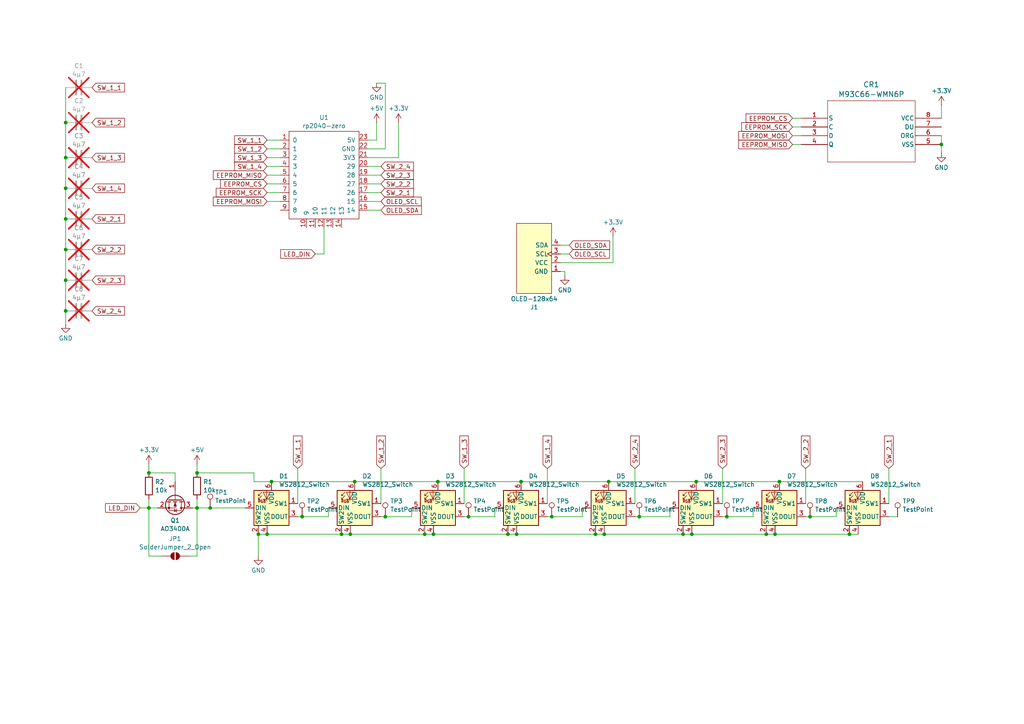
<source format=kicad_sch>
(kicad_sch (version 20231120) (generator "eeschema") (generator_version "8.0")
  (paper "A4")
  (title_block (title "Hellboard") (date "2024-05-31") (rev "7") (company "frfrh"))
  (lib_symbols
    (symbol "2024-04-25_20-41-17:M93C66-WMN6P" (pin_names (offset 0.254))
      (property "Reference" "CR" (at 20.32 10.16 0))
      (property "Value" "M93C66-WMN6P" (at 20.32 7.62 0))
      (symbol "M93C66-WMN6P_0_1"
        (polyline (pts (xy 7.62 -12.7) (xy 33.02 -12.7)) (stroke (width 0.127)))
        (polyline (pts (xy 7.62 5.08) (xy 7.62 -12.7)) (stroke (width 0.127)))
        (polyline (pts (xy 33.02 -12.7) (xy 33.02 5.08)) (stroke (width 0.127)))
        (polyline (pts (xy 33.02 5.08) (xy 7.62 5.08)) (stroke (width 0.127)))
        (pin input line (at 0 0 0) (length 7.62) (name "S") (number "1"))
        (pin input line (at 0 -2.54 0) (length 7.62) (name "C") (number "2"))
        (pin input line (at 0 -5.08 0) (length 7.62) (name "D") (number "3"))
        (pin output line (at 0 -7.62 0) (length 7.62) (name "Q") (number "4"))
        (pin power_in line (at 40.64 -7.62 180) (length 7.62) (name "VSS") (number "5"))
        (pin input line (at 40.64 -5.08 180) (length 7.62) (name "ORG") (number "6"))
        (pin unspecified line (at 40.64 -2.54 180) (length 7.62) (name "DU") (number "7"))
        (pin power_in line (at 40.64 0 180) (length 7.62) (name "VCC") (number "8"))
      )
    )
    (symbol "Connector:TestPoint" (pin_numbers hide) (pin_names (offset 0.762) hide)
      (property "Reference" "TP" (at 0 6.858 0))
      (property "Value" "TestPoint" (at 0 5.08 0))
      (symbol "TestPoint_0_1"
        (circle (center 0 3.302) (radius 0.762))
      )
      (symbol "TestPoint_1_1"
        (pin passive line (at 0 0 90) (length 2.54) (name "1") (number "1"))
      )
    )
    (symbol "Device:C" (pin_numbers hide) (pin_names (offset 0.254))
      (property "Reference" "C" (at 0.635 2.54 0))
      (property "Value" "C" (at 0.635 -2.54 0))
      (symbol "C_0_1"
        (polyline (pts (xy -2.032 -0.762) (xy 2.032 -0.762)) (stroke (width 0.508)))
        (polyline (pts (xy -2.032 0.762) (xy 2.032 0.762)) (stroke (width 0.508)))
      )
      (symbol "C_1_1"
        (pin passive line (at 0 3.81 270) (length 2.794) (name "~") (number "1"))
        (pin passive line (at 0 -3.81 90) (length 2.794) (name "~") (number "2"))
      )
    )
    (symbol "Device:R" (pin_numbers hide) (pin_names (offset 0))
      (property "Reference" "R" (at 2.032 0 90))
      (property "Value" "R" (at 0 0 90))
      (symbol "R_0_1"
        (rectangle (start -1.016 -2.54) (end 1.016 2.54) (stroke (width 0.254)))
      )
      (symbol "R_1_1"
        (pin passive line (at 0 3.81 270) (length 1.27) (name "~") (number "1"))
        (pin passive line (at 0 -3.81 90) (length 1.27) (name "~") (number "2"))
      )
    )
    (symbol "Hellboard:WS2812B-2020_Switch" (pin_names (offset 0.254))
      (property "Reference" "D" (at 5.08 5.715 0))
      (property "Value" "WS2812B-2020_Switch" (at 1.27 -5.715 0))
      (symbol "WS2812B-2020_Switch_0_0"
        (text "RGB" (at -2.794 1.905 0) (effects (font (size 0.762 0.762))))
      )
      (symbol "WS2812B-2020_Switch_0_1"
        (rectangle (start -5.08 5.08) (end 5.08 -5.08) (stroke (width 0.254)) (fill (type background)))
        (polyline (pts (xy -3.81 2.54) (xy -3.302 2.54)))
        (polyline (pts (xy -3.81 3.556) (xy -3.302 3.556)))
        (polyline (pts (xy -0.381 2.54) (xy -2.413 2.54)))
        (polyline (pts (xy -2.794 3.556) (xy -3.81 2.54) (xy -3.81 3.048)))
        (polyline (pts (xy -2.794 4.572) (xy -3.81 3.556) (xy -3.81 4.064)))
        (polyline (pts (xy -1.397 5.08) (xy -1.397 2.54) (xy -1.397 2.032)))
        (polyline (pts (xy -0.381 4.572) (xy -2.413 4.572) (xy -1.397 2.54) (xy -0.381 4.572)))
      )
      (symbol "WS2812B-2020_Switch_1_1"
        (pin bidirectional line (at 7.62 1.27 180) (length 2.54) (name "SW1") (number "1"))
        (pin bidirectional line (at -3.81 -7.62 90) (length 2.54) (name "SW2") (number "2"))
        (pin output line (at 7.62 -2.54 180) (length 2.54) (name "DOUT") (number "3"))
        (pin power_in line (at -1.27 -7.62 90) (length 2.54) (name "VSS") (number "4"))
        (pin input line (at -7.62 0 0) (length 2.54) (name "DIN") (number "5"))
        (pin power_in line (at 0 7.62 270) (length 2.54) (name "VDD") (number "6"))
      )
    )
    (symbol "Jumper:SolderJumper_2_Open" (pin_numbers hide) (pin_names (offset 0) hide) (exclude_from_sim yes) (in_bom no)
      (property "Reference" "JP" (at 0 2.032 0))
      (property "Value" "SolderJumper_2_Open" (at 0 -2.54 0))
      (symbol "SolderJumper_2_Open_0_1"
        (arc (start -0.254 1.016) (mid -1.2656 0) (end -0.254 -1.016))
        (arc (start -0.254 1.016) (mid -1.2656 0) (end -0.254 -1.016) (fill (type outline)))
        (polyline (pts (xy -0.254 1.016) (xy -0.254 -1.016)))
        (polyline (pts (xy 0.254 1.016) (xy 0.254 -1.016)))
        (arc (start 0.254 -1.016) (mid 1.2656 0) (end 0.254 1.016))
        (arc (start 0.254 -1.016) (mid 1.2656 0) (end 0.254 1.016) (fill (type outline)))
      )
      (symbol "SolderJumper_2_Open_1_1"
        (pin passive line (at -3.81 0 0) (length 2.54) (name "A") (number "1"))
        (pin passive line (at 3.81 0 180) (length 2.54) (name "B") (number "2"))
      )
    )
    (symbol "Transistor_FET:AO3400A" (pin_names hide)
      (property "Reference" "Q" (at 5.08 1.905 0))
      (property "Value" "AO3400A" (at 5.08 0 0))
      (symbol "AO3400A_0_1"
        (polyline (pts (xy 0.254 0) (xy -2.54 0)))
        (polyline (pts (xy 0.254 1.905) (xy 0.254 -1.905)) (stroke (width 0.254)))
        (polyline (pts (xy 0.762 -1.27) (xy 0.762 -2.286)) (stroke (width 0.254)))
        (polyline (pts (xy 0.762 0.508) (xy 0.762 -0.508)) (stroke (width 0.254)))
        (polyline (pts (xy 0.762 2.286) (xy 0.762 1.27)) (stroke (width 0.254)))
        (polyline (pts (xy 2.54 2.54) (xy 2.54 1.778)))
        (polyline (pts (xy 2.54 -2.54) (xy 2.54 0) (xy 0.762 0)))
        (polyline (pts (xy 0.762 -1.778) (xy 3.302 -1.778) (xy 3.302 1.778) (xy 0.762 1.778)))
        (polyline (pts (xy 1.016 0) (xy 2.032 0.381) (xy 2.032 -0.381) (xy 1.016 0)) (fill (type outline)))
        (polyline (pts (xy 2.794 0.508) (xy 2.921 0.381) (xy 3.683 0.381) (xy 3.81 0.254)))
        (polyline (pts (xy 3.302 0.381) (xy 2.921 -0.254) (xy 3.683 -0.254) (xy 3.302 0.381)))
        (circle (center 1.651 0) (radius 2.794) (stroke (width 0.254)))
        (circle (center 2.54 -1.778) (radius 0.254) (fill (type outline)))
        (circle (center 2.54 1.778) (radius 0.254) (fill (type outline)))
      )
      (symbol "AO3400A_1_1"
        (pin input line (at -5.08 0 0) (length 2.54) (name "G") (number "1"))
        (pin passive line (at 2.54 -5.08 90) (length 2.54) (name "S") (number "2"))
        (pin passive line (at 2.54 5.08 270) (length 2.54) (name "D") (number "3"))
      )
    )
    (symbol "display:OLED-128x64" (pin_names (offset 1.016))
      (property "Reference" "J" (at 0 -11.43 0))
      (property "Value" "OLED-128x64" (at 0 -7.62 0))
      (symbol "OLED-128x64_0_1"
        (rectangle (start 10.16 -10.16) (end -10.16 0) (fill (type background)))
      )
      (symbol "OLED-128x64_1_1"
        (pin power_in line (at -3.81 2.54 270) (length 2.54) (name "GND") (number "1"))
        (pin power_in line (at -1.27 2.54 270) (length 2.54) (name "VCC") (number "2"))
        (pin input clock (at 1.27 2.54 270) (length 2.54) (name "SCL") (number "3"))
        (pin bidirectional line (at 3.81 2.54 270) (length 2.54) (name "SDA") (number "4"))
      )
    )
    (symbol "mcu:rp2040-zero" (pin_names (offset 1.016))
      (property "Reference" "U" (at 0 15.24 0))
      (property "Value" "rp2040-zero" (at 0 12.7 0))
      (symbol "rp2040-zero_0_1"
        (rectangle (start -10.16 11.43) (end 10.16 -13.97))
      )
      (symbol "rp2040-zero_1_1"
        (pin bidirectional line (at 12.7 8.89 180) (length 2.54) (name "0") (number "1"))
        (pin bidirectional line (at 5.08 -16.51 90) (length 2.54) (name "9") (number "10"))
        (pin bidirectional line (at 2.54 -16.51 90) (length 2.54) (name "10") (number "11"))
        (pin bidirectional line (at 0 -16.51 90) (length 2.54) (name "11") (number "12"))
        (pin bidirectional line (at -2.54 -16.51 90) (length 2.54) (name "12") (number "13"))
        (pin bidirectional line (at -5.08 -16.51 90) (length 2.54) (name "13") (number "14"))
        (pin bidirectional line (at -12.7 -11.43 0) (length 2.54) (name "14") (number "15"))
        (pin bidirectional line (at -12.7 -8.89 0) (length 2.54) (name "15") (number "16"))
        (pin bidirectional line (at -12.7 -6.35 0) (length 2.54) (name "26") (number "17"))
        (pin bidirectional line (at -12.7 -3.81 0) (length 2.54) (name "27") (number "18"))
        (pin bidirectional line (at -12.7 -1.27 0) (length 2.54) (name "28") (number "19"))
        (pin bidirectional line (at 12.7 6.35 180) (length 2.54) (name "1") (number "2"))
        (pin bidirectional line (at -12.7 1.27 0) (length 2.54) (name "29") (number "20"))
        (pin power_out line (at -12.7 3.81 0) (length 2.54) (name "3V3") (number "21"))
        (pin power_out line (at -12.7 6.35 0) (length 2.54) (name "GND") (number "22"))
        (pin power_out line (at -12.7 8.89 0) (length 2.54) (name "5V") (number "23"))
        (pin bidirectional line (at 12.7 3.81 180) (length 2.54) (name "2") (number "3"))
        (pin bidirectional line (at 12.7 1.27 180) (length 2.54) (name "3") (number "4"))
        (pin bidirectional line (at 12.7 -1.27 180) (length 2.54) (name "4") (number "5"))
        (pin bidirectional line (at 12.7 -3.81 180) (length 2.54) (name "5") (number "6"))
        (pin bidirectional line (at 12.7 -6.35 180) (length 2.54) (name "6") (number "7"))
        (pin bidirectional line (at 12.7 -8.89 180) (length 2.54) (name "7") (number "8"))
        (pin bidirectional line (at 12.7 -11.43 180) (length 2.54) (name "8") (number "9"))
      )
    )
    (symbol "power:+3.3V" (power) (pin_numbers hide) (pin_names (offset 0) hide)
      (property "Value" "+3.3V" (at 0 3.556 0))
      (symbol "+3.3V_0_1"
        (polyline (pts (xy -0.762 1.27) (xy 0 2.54)))
        (polyline (pts (xy 0 0) (xy 0 2.54)))
        (polyline (pts (xy 0 2.54) (xy 0.762 1.27)))
      )
      (symbol "+3.3V_1_1"
        (pin power_in line (at 0 0 90) (length 0) (name "~") (number "1"))
      )
    )
    (symbol "power:+5V" (power) (pin_numbers hide) (pin_names (offset 0) hide)
      (property "Value" "+5V" (at 0 3.556 0))
      (symbol "+5V_0_1"
        (polyline (pts (xy -0.762 1.27) (xy 0 2.54)))
        (polyline (pts (xy 0 0) (xy 0 2.54)))
        (polyline (pts (xy 0 2.54) (xy 0.762 1.27)))
      )
      (symbol "+5V_1_1"
        (pin power_in line (at 0 0 90) (length 0) (name "~") (number "1"))
      )
    )
    (symbol "power:GND" (power) (pin_numbers hide) (pin_names (offset 0) hide)
      (property "Value" "GND" (at 0 -3.81 0))
      (symbol "GND_0_1"
        (polyline (pts (xy 0 0) (xy 0 -1.27) (xy 1.27 -1.27) (xy 0 -2.54) (xy -1.27 -1.27) (xy 0 -1.27)))
      )
      (symbol "GND_1_1"
        (pin power_in line (at 0 0 270) (length 0) (name "~") (number "1"))
      )
    )
  )
  (junction (at 222.25 154.94))
  (junction (at 234.95 149.86))
  (junction (at 78.74 139.7))
  (junction (at 201.93 139.7))
  (junction (at 273.05 41.91))
  (junction (at 151.13 139.7))
  (junction (at 198.12 154.94))
  (junction (at 19.05 45.72))
  (junction (at 19.05 81.28))
  (junction (at 60.96 147.32))
  (junction (at 149.86 154.94))
  (junction (at 87.63 149.86))
  (junction (at 19.05 90.17))
  (junction (at 246.38 154.94))
  (junction (at 147.32 154.94))
  (junction (at 172.72 154.94))
  (junction (at 99.06 154.94))
  (junction (at 160.02 149.86))
  (junction (at 125.73 154.94))
  (junction (at 57.15 147.32))
  (junction (at 19.05 72.39))
  (junction (at 175.26 154.94))
  (junction (at 43.18 147.32))
  (junction (at 127 139.7))
  (junction (at 111.76 149.86))
  (junction (at 135.89 149.86))
  (junction (at 123.19 154.94))
  (junction (at 200.66 154.94))
  (junction (at 77.47 154.94))
  (junction (at 224.79 154.94))
  (junction (at 74.93 154.94))
  (junction (at 185.42 149.86))
  (junction (at 226.06 139.7))
  (junction (at 176.53 139.7))
  (junction (at 19.05 54.61))
  (junction (at 43.18 137.16))
  (junction (at 19.05 63.5))
  (junction (at 101.6 154.94))
  (junction (at 102.87 139.7))
  (junction (at 210.82 149.86))
  (junction (at 57.15 137.16))
  (junction (at 19.05 35.56))
  (wire (pts (xy 172.72 154.94) (xy 175.26 154.94)))
  (wire (pts (xy 109.22 40.64) (xy 106.68 40.64)))
  (wire (pts (xy 43.18 134.62) (xy 43.18 137.16)))
  (wire (pts (xy 273.05 41.91) (xy 273.05 44.45)))
  (wire (pts (xy 110.49 135.89) (xy 110.49 146.05)))
  (wire (pts (xy 57.15 147.32) (xy 60.96 147.32)))
  (wire (pts (xy 200.66 154.94) (xy 222.25 154.94)))
  (wire (pts (xy 242.57 149.86) (xy 242.57 147.32)))
  (wire (pts (xy 229.87 34.29) (xy 232.41 34.29)))
  (wire (pts (xy 229.87 36.83) (xy 232.41 36.83)))
  (wire (pts (xy 106.68 48.26) (xy 110.49 48.26)))
  (wire (pts (xy 209.55 135.89) (xy 209.55 146.05)))
  (wire (pts (xy 106.68 43.18) (xy 111.76 43.18)))
  (wire (pts (xy 19.05 54.61) (xy 19.05 63.5)))
  (wire (pts (xy 257.81 135.89) (xy 257.81 146.05)))
  (wire (pts (xy 273.05 39.37) (xy 273.05 41.91)))
  (wire (pts (xy 106.68 55.88) (xy 110.49 55.88)))
  (wire (pts (xy 198.12 154.94) (xy 200.66 154.94)))
  (wire (pts (xy 111.76 24.13) (xy 109.22 24.13)))
  (wire (pts (xy 162.56 78.74) (xy 163.83 78.74)))
  (wire (pts (xy 226.06 139.7) (xy 201.93 139.7)))
  (wire (pts (xy 87.63 149.86) (xy 95.25 149.86)))
  (wire (pts (xy 162.56 71.12) (xy 165.1 71.12)))
  (wire (pts (xy 77.47 40.64) (xy 81.28 40.64)))
  (wire (pts (xy 125.73 154.94) (xy 147.32 154.94)))
  (wire (pts (xy 229.87 41.91) (xy 232.41 41.91)))
  (wire (pts (xy 151.13 139.7) (xy 127 139.7)))
  (wire (pts (xy 77.47 43.18) (xy 81.28 43.18)))
  (wire (pts (xy 91.44 73.66) (xy 93.98 73.66)))
  (wire (pts (xy 77.47 50.8) (xy 81.28 50.8)))
  (wire (pts (xy 60.96 147.32) (xy 71.12 147.32)))
  (wire (pts (xy 234.95 149.86) (xy 242.57 149.86)))
  (wire (pts (xy 106.68 45.72) (xy 115.57 45.72)))
  (wire (pts (xy 184.15 135.89) (xy 184.15 146.05)))
  (wire (pts (xy 233.68 135.89) (xy 233.68 146.05)))
  (wire (pts (xy 95.25 149.86) (xy 95.25 147.32)))
  (wire (pts (xy 57.15 134.62) (xy 57.15 137.16)))
  (wire (pts (xy 147.32 154.94) (xy 149.86 154.94)))
  (wire (pts (xy 101.6 154.94) (xy 123.19 154.94)))
  (wire (pts (xy 40.64 147.32) (xy 43.18 147.32)))
  (wire (pts (xy 74.93 161.29) (xy 74.93 154.94)))
  (wire (pts (xy 54.61 161.29) (xy 57.15 161.29)))
  (wire (pts (xy 224.79 154.94) (xy 246.38 154.94)))
  (wire (pts (xy 77.47 45.72) (xy 81.28 45.72)))
  (wire (pts (xy 77.47 48.26) (xy 81.28 48.26)))
  (wire (pts (xy 109.22 35.56) (xy 109.22 40.64)))
  (wire (pts (xy 57.15 161.29) (xy 57.15 147.32)))
  (wire (pts (xy 111.76 43.18) (xy 111.76 24.13)))
  (wire (pts (xy 176.53 139.7) (xy 151.13 139.7)))
  (wire (pts (xy 194.31 149.86) (xy 194.31 147.32)))
  (wire (pts (xy 46.99 161.29) (xy 43.18 161.29)))
  (wire (pts (xy 134.62 149.86) (xy 135.89 149.86)))
  (wire (pts (xy 209.55 149.86) (xy 210.82 149.86)))
  (wire (pts (xy 229.87 39.37) (xy 232.41 39.37)))
  (wire (pts (xy 185.42 149.86) (xy 194.31 149.86)))
  (wire (pts (xy 119.38 149.86) (xy 119.38 147.32)))
  (wire (pts (xy 106.68 60.96) (xy 110.49 60.96)))
  (wire (pts (xy 177.8 76.2) (xy 177.8 68.58)))
  (wire (pts (xy 50.8 139.7) (xy 50.8 137.16)))
  (wire (pts (xy 158.75 135.89) (xy 158.75 146.05)))
  (wire (pts (xy 273.05 30.48) (xy 273.05 34.29)))
  (wire (pts (xy 102.87 139.7) (xy 78.74 139.7)))
  (wire (pts (xy 93.98 73.66) (xy 93.98 66.04)))
  (wire (pts (xy 115.57 35.56) (xy 115.57 45.72)))
  (wire (pts (xy 106.68 53.34) (xy 110.49 53.34)))
  (wire (pts (xy 99.06 154.94) (xy 101.6 154.94)))
  (wire (pts (xy 86.36 149.86) (xy 87.63 149.86)))
  (wire (pts (xy 73.66 137.16) (xy 57.15 137.16)))
  (wire (pts (xy 78.74 139.7) (xy 73.66 139.7)))
  (wire (pts (xy 123.19 154.94) (xy 125.73 154.94)))
  (wire (pts (xy 210.82 149.86) (xy 218.44 149.86)))
  (wire (pts (xy 50.8 137.16) (xy 43.18 137.16)))
  (wire (pts (xy 19.05 72.39) (xy 19.05 81.28)))
  (wire (pts (xy 19.05 35.56) (xy 19.05 45.72)))
  (wire (pts (xy 77.47 154.94) (xy 99.06 154.94)))
  (wire (pts (xy 86.36 135.89) (xy 86.36 146.05)))
  (wire (pts (xy 43.18 161.29) (xy 43.18 147.32)))
  (wire (pts (xy 233.68 149.86) (xy 234.95 149.86)))
  (wire (pts (xy 143.51 149.86) (xy 143.51 147.32)))
  (wire (pts (xy 134.62 135.89) (xy 134.62 146.05)))
  (wire (pts (xy 77.47 58.42) (xy 81.28 58.42)))
  (wire (pts (xy 162.56 76.2) (xy 177.8 76.2)))
  (wire (pts (xy 57.15 144.78) (xy 57.15 147.32)))
  (wire (pts (xy 257.81 149.86) (xy 260.35 149.86)))
  (wire (pts (xy 222.25 154.94) (xy 224.79 154.94)))
  (wire (pts (xy 19.05 25.4) (xy 19.05 35.56)))
  (wire (pts (xy 158.75 149.86) (xy 160.02 149.86)))
  (wire (pts (xy 127 139.7) (xy 102.87 139.7)))
  (wire (pts (xy 246.38 154.94) (xy 248.92 154.94)))
  (wire (pts (xy 45.72 147.32) (xy 43.18 147.32)))
  (wire (pts (xy 111.76 149.86) (xy 119.38 149.86)))
  (wire (pts (xy 106.68 50.8) (xy 110.49 50.8)))
  (wire (pts (xy 250.19 139.7) (xy 226.06 139.7)))
  (wire (pts (xy 19.05 90.17) (xy 19.05 93.98)))
  (wire (pts (xy 184.15 149.86) (xy 185.42 149.86)))
  (wire (pts (xy 77.47 55.88) (xy 81.28 55.88)))
  (wire (pts (xy 160.02 149.86) (xy 168.91 149.86)))
  (wire (pts (xy 201.93 139.7) (xy 176.53 139.7)))
  (wire (pts (xy 19.05 81.28) (xy 19.05 90.17)))
  (wire (pts (xy 168.91 149.86) (xy 168.91 147.32)))
  (wire (pts (xy 19.05 45.72) (xy 19.05 54.61)))
  (wire (pts (xy 175.26 154.94) (xy 198.12 154.94)))
  (wire (pts (xy 218.44 149.86) (xy 218.44 147.32)))
  (wire (pts (xy 43.18 147.32) (xy 43.18 144.78)))
  (wire (pts (xy 162.56 73.66) (xy 165.1 73.66)))
  (wire (pts (xy 163.83 78.74) (xy 163.83 80.01)))
  (wire (pts (xy 73.66 139.7) (xy 73.66 137.16)))
  (wire (pts (xy 149.86 154.94) (xy 172.72 154.94)))
  (wire (pts (xy 106.68 58.42) (xy 110.49 58.42)))
  (wire (pts (xy 19.05 63.5) (xy 19.05 72.39)))
  (wire (pts (xy 74.93 154.94) (xy 77.47 154.94)))
  (wire (pts (xy 135.89 149.86) (xy 143.51 149.86)))
  (wire (pts (xy 57.15 147.32) (xy 55.88 147.32)))
  (wire (pts (xy 110.49 149.86) (xy 111.76 149.86)))
  (wire (pts (xy 77.47 53.34) (xy 81.28 53.34)))
  (global_label "OLED_SCL" (shape input) (at 110.49 58.42 0) (property "Intersheetrefs" "${INTERSHEET_REFS}" (effects (hide yes))))
  (global_label "EEPROM_MISO" (shape input) (at 229.87 41.91 180) (property "Intersheetrefs" "${INTERSHEET_REFS}" (effects (hide yes))))
  (global_label "OLED_SCL" (shape input) (at 165.1 73.66 0) (property "Intersheetrefs" "${INTERSHEET_REFS}" (effects (hide yes))))
  (global_label "SW_2_3" (shape input) (at 209.55 135.89 90) (property "Intersheetrefs" "${INTERSHEET_REFS}" (effects (hide yes))))
  (global_label "EEPROM_CS" (shape input) (at 229.87 34.29 180) (property "Intersheetrefs" "${INTERSHEET_REFS}" (effects (hide yes))))
  (global_label "EEPROM_SCK" (shape input) (at 77.47 55.88 180) (property "Intersheetrefs" "${INTERSHEET_REFS}" (effects (hide yes))))
  (global_label "EEPROM_MOSI" (shape input) (at 229.87 39.37 180) (property "Intersheetrefs" "${INTERSHEET_REFS}" (effects (hide yes))))
  (global_label "SW_1_4" (shape input) (at 158.75 135.89 90) (property "Intersheetrefs" "${INTERSHEET_REFS}" (effects (hide yes))))
  (global_label "SW_1_4" (shape input) (at 26.67 54.61 0) (property "Intersheetrefs" "${INTERSHEET_REFS}" (effects (hide yes))))
  (global_label "SW_2_2" (shape input) (at 233.68 135.89 90) (property "Intersheetrefs" "${INTERSHEET_REFS}" (effects (hide yes))))
  (global_label "OLED_SDA" (shape input) (at 165.1 71.12 0) (property "Intersheetrefs" "${INTERSHEET_REFS}" (effects (hide yes))))
  (global_label "SW_1_1" (shape input) (at 77.47 40.64 180) (property "Intersheetrefs" "${INTERSHEET_REFS}" (effects (hide yes))))
  (global_label "SW_1_1" (shape input) (at 86.36 135.89 90) (property "Intersheetrefs" "${INTERSHEET_REFS}" (effects (hide yes))))
  (global_label "EEPROM_SCK" (shape input) (at 229.87 36.83 180) (property "Intersheetrefs" "${INTERSHEET_REFS}" (effects (hide yes))))
  (global_label "LED_DIN" (shape input) (at 40.64 147.32 180) (property "Intersheetrefs" "${INTERSHEET_REFS}" (effects (hide yes))))
  (global_label "SW_2_2" (shape input) (at 110.49 53.34 0) (property "Intersheetrefs" "${INTERSHEET_REFS}" (effects (hide yes))))
  (global_label "SW_2_4" (shape input) (at 184.15 135.89 90) (property "Intersheetrefs" "${INTERSHEET_REFS}" (effects (hide yes))))
  (global_label "SW_2_2" (shape input) (at 26.67 72.39 0) (property "Intersheetrefs" "${INTERSHEET_REFS}" (effects (hide yes))))
  (global_label "LED_DIN" (shape input) (at 91.44 73.66 180) (property "Intersheetrefs" "${INTERSHEET_REFS}" (effects (hide yes))))
  (global_label "SW_1_3" (shape input) (at 134.62 135.89 90) (property "Intersheetrefs" "${INTERSHEET_REFS}" (effects (hide yes))))
  (global_label "SW_2_3" (shape input) (at 26.67 81.28 0) (property "Intersheetrefs" "${INTERSHEET_REFS}" (effects (hide yes))))
  (global_label "OLED_SDA" (shape input) (at 110.49 60.96 0) (property "Intersheetrefs" "${INTERSHEET_REFS}" (effects (hide yes))))
  (global_label "EEPROM_MOSI" (shape input) (at 77.47 58.42 180) (property "Intersheetrefs" "${INTERSHEET_REFS}" (effects (hide yes))))
  (global_label "SW_1_1" (shape input) (at 26.67 25.4 0) (property "Intersheetrefs" "${INTERSHEET_REFS}" (effects (hide yes))))
  (global_label "SW_1_2" (shape input) (at 77.47 43.18 180) (property "Intersheetrefs" "${INTERSHEET_REFS}" (effects (hide yes))))
  (global_label "SW_1_3" (shape input) (at 26.67 45.72 0) (property "Intersheetrefs" "${INTERSHEET_REFS}" (effects (hide yes))))
  (global_label "SW_1_2" (shape input) (at 110.49 135.89 90) (property "Intersheetrefs" "${INTERSHEET_REFS}" (effects (hide yes))))
  (global_label "SW_2_1" (shape input) (at 110.49 55.88 0) (property "Intersheetrefs" "${INTERSHEET_REFS}" (effects (hide yes))))
  (global_label "SW_2_3" (shape input) (at 110.49 50.8 0) (property "Intersheetrefs" "${INTERSHEET_REFS}" (effects (hide yes))))
  (global_label "SW_1_3" (shape input) (at 77.47 45.72 180) (property "Intersheetrefs" "${INTERSHEET_REFS}" (effects (hide yes))))
  (global_label "SW_1_2" (shape input) (at 26.67 35.56 0) (property "Intersheetrefs" "${INTERSHEET_REFS}" (effects (hide yes))))
  (global_label "SW_2_4" (shape input) (at 110.49 48.26 0) (property "Intersheetrefs" "${INTERSHEET_REFS}" (effects (hide yes))))
  (global_label "EEPROM_MISO" (shape input) (at 77.47 50.8 180) (property "Intersheetrefs" "${INTERSHEET_REFS}" (effects (hide yes))))
  (global_label "SW_2_1" (shape input) (at 26.67 63.5 0) (property "Intersheetrefs" "${INTERSHEET_REFS}" (effects (hide yes))))
  (global_label "SW_1_4" (shape input) (at 77.47 48.26 180) (property "Intersheetrefs" "${INTERSHEET_REFS}" (effects (hide yes))))
  (global_label "EEPROM_CS" (shape input) (at 77.47 53.34 180) (property "Intersheetrefs" "${INTERSHEET_REFS}" (effects (hide yes))))
  (global_label "SW_2_1" (shape input) (at 257.81 135.89 90) (property "Intersheetrefs" "${INTERSHEET_REFS}" (effects (hide yes))))
  (global_label "SW_2_4" (shape input) (at 26.67 90.17 0) (property "Intersheetrefs" "${INTERSHEET_REFS}" (effects (hide yes))))
  (symbol (lib_id "Connector:TestPoint") (at 60.96 147.32 0) (unit 1)
    (property "Reference" "TP1" (at 62.357 142.8058 0) (effects (justify left)))
    (property "Value" "TestPoint" (at 62.357 145.2301 0) (effects (justify left)))
    (property "Footprint" "TestPoint:TestPoint_Pad_D1.5mm" (effects (hide yes)))
    (property "Description" "test point" (effects (hide yes)))
  )
  (symbol (lib_id "power:GND") (at 19.05 93.98 0) (unit 1)
    (property "Reference" "#PWR05" (effects (hide yes)))
    (property "Value" "GND" (at 19.05 98.1131 0))
    (property "Description" "Power symbol creates a global label with name \"GND\" , ground" (effects (hide yes)))
  )
  (symbol (lib_id "Transistor_FET:AO3400A") (at 50.8 144.78 270) (unit 1)
    (property "Reference" "Q1" (at 50.8 150.9451 90))
    (property "Value" "AO3400A" (at 50.8 153.3694 90))
    (property "Footprint" "Package_TO_SOT_SMD:SOT-23" (effects (hide yes)))
    (property "Datasheet" "http://www.aosmd.com/pdfs/datasheet/AO3400A.pdf" (effects (hide yes)))
    (property "Description" "30V Vds, 5.7A Id, N-Channel MOSFET, SOT-23" (effects (hide yes)))
  )
  (symbol (lib_id "Device:R") (at 43.18 140.97 0) (unit 1)
    (property "Reference" "R2" (at 44.958 139.7578 0) (effects (justify left)))
    (property "Value" "10k" (at 44.958 142.1821 0) (effects (justify left)))
    (property "Footprint" "LED_SMD:LED_0805_2012Metric_Pad1.15x1.40mm_HandSolder" (effects (hide yes)))
    (property "Description" "Resistor" (effects (hide yes)))
  )
  (symbol (lib_id "mcu:rp2040-zero") (at 93.98 49.53 0) (mirror y) (unit 1)
    (property "Reference" "U1" (at 93.98 34.0825 0))
    (property "Value" "rp2040-zero" (at 93.98 36.5068 0))
    (property "Footprint" "mcu:rp2040-zero-smd" (effects (hide yes)))
  )
  (symbol (lib_id "display:OLED-128x64") (at 160.02 74.93 270) (mirror x) (unit 1)
    (property "Reference" "J1" (at 154.94 89.1075 90))
    (property "Value" "OLED-128x64" (at 154.94 86.6832 90))
    (property "Footprint" "display:OLED-128x64" (effects (hide yes)))
  )
  (symbol (lib_id "Hellboard:WS2812B-2020_Switch") (at 127 147.32 0) (unit 1)
    (property "Reference" "D3" (at 129.1941 138.0955 0) (effects (justify left)))
    (property "Value" "WS2812_Switch" (at 129.1941 140.5198 0) (effects (justify left)))
    (property "Footprint" "Kailh_hotswap_led:Kailh_socket_MX_WS2812B_RL" (effects (hide yes)))
    (property "Datasheet" "https://cdn-shop.adafruit.com/product-files/4684/4684_WS2812B-2020_V1.3_EN.pdf" (effects (hide yes)))
    (property "Description" "RGB LED with integrated controller, 2.0 x 2.0 mm, 12 mA" (effects (hide yes)))
  )
  (symbol (lib_id "power:+3.3V") (at 177.8 68.58 0) (unit 1)
    (property "Reference" "#PWR011" (effects (hide yes)))
    (property "Value" "+3.3V" (at 177.8 64.4469 0))
    (property "Description" "Power symbol creates a global label with name \"+3.3V\"" (effects (hide yes)))
  )
  (symbol (lib_id "Device:C") (at 22.86 90.17 90) (unit 1) (dnp yes)
    (property "Reference" "C8" (at 22.86 83.8665 90))
    (property "Value" "4µ7" (at 22.86 86.2908 90))
    (property "Footprint" "Capacitor_SMD:C_0805_2012Metric_Pad1.18x1.45mm_HandSolder" (effects (hide yes)))
    (property "Description" "Unpolarized capacitor" (effects (hide yes)))
  )
  (symbol (lib_id "Connector:TestPoint") (at 87.63 149.86 0) (unit 1)
    (property "Reference" "TP2" (at 89.027 145.3458 0) (effects (justify left)))
    (property "Value" "TestPoint" (at 89.027 147.7701 0) (effects (justify left)))
    (property "Footprint" "TestPoint:TestPoint_Pad_D1.5mm" (effects (hide yes)))
    (property "Description" "test point" (effects (hide yes)))
  )
  (symbol (lib_id "power:GND") (at 74.93 161.29 0) (unit 1)
    (property "Reference" "#PWR06" (effects (hide yes)))
    (property "Value" "GND" (at 74.93 165.4231 0))
    (property "Description" "Power symbol creates a global label with name \"GND\" , ground" (effects (hide yes)))
  )
  (symbol (lib_id "Hellboard:WS2812B-2020_Switch") (at 226.06 147.32 0) (unit 1)
    (property "Reference" "D7" (at 228.2541 138.0955 0) (effects (justify left)))
    (property "Value" "WS2812_Switch" (at 228.2541 140.5198 0) (effects (justify left)))
    (property "Footprint" "Kailh_hotswap_led:Kailh_socket_MX_WS2812B_LR" (effects (hide yes)))
    (property "Datasheet" "https://cdn-shop.adafruit.com/product-files/4684/4684_WS2812B-2020_V1.3_EN.pdf" (effects (hide yes)))
    (property "Description" "RGB LED with integrated controller, 2.0 x 2.0 mm, 12 mA" (effects (hide yes)))
  )
  (symbol (lib_id "power:+3.3V") (at 115.57 35.56 0) (unit 1)
    (property "Reference" "#PWR02" (effects (hide yes)))
    (property "Value" "+3.3V" (at 115.57 31.4269 0))
    (property "Description" "Power symbol creates a global label with name \"+3.3V\"" (effects (hide yes)))
  )
  (symbol (lib_id "power:+3.3V") (at 273.05 30.48 0) (unit 1)
    (property "Reference" "#PWR010" (effects (hide yes)))
    (property "Value" "+3.3V" (at 273.05 26.3469 0))
    (property "Description" "Power symbol creates a global label with name \"+3.3V\"" (effects (hide yes)))
  )
  (symbol (lib_id "Jumper:SolderJumper_2_Open") (at 50.8 161.29 0) (unit 1) (exclude_from_sim yes) (in_bom no)
    (property "Reference" "JP1" (at 50.8 156.2565 0))
    (property "Value" "SolderJumper_2_Open" (at 50.8 158.6808 0))
    (property "Footprint" "Jumper:SolderJumper-2_P1.3mm_Open_TrianglePad1.0x1.5mm" (effects (hide yes)))
    (property "Description" "Solder Jumper, 2-pole, open" (effects (hide yes)))
  )
  (symbol (lib_id "power:GND") (at 163.83 80.01 0) (unit 1)
    (property "Reference" "#PWR012" (effects (hide yes)))
    (property "Value" "GND" (at 163.83 84.1431 0))
    (property "Description" "Power symbol creates a global label with name \"GND\" , ground" (effects (hide yes)))
  )
  (symbol (lib_id "Connector:TestPoint") (at 210.82 149.86 0) (unit 1)
    (property "Reference" "TP7" (at 212.217 145.3458 0) (effects (justify left)))
    (property "Value" "TestPoint" (at 212.217 147.7701 0) (effects (justify left)))
    (property "Footprint" "TestPoint:TestPoint_Pad_D1.5mm" (effects (hide yes)))
    (property "Description" "test point" (effects (hide yes)))
  )
  (symbol (lib_id "Connector:TestPoint") (at 160.02 149.86 0) (unit 1)
    (property "Reference" "TP5" (at 161.417 145.3458 0) (effects (justify left)))
    (property "Value" "TestPoint" (at 161.417 147.7701 0) (effects (justify left)))
    (property "Footprint" "TestPoint:TestPoint_Pad_D1.5mm" (effects (hide yes)))
    (property "Description" "test point" (effects (hide yes)))
  )
  (symbol (lib_id "Device:C") (at 22.86 63.5 90) (unit 1) (dnp yes)
    (property "Reference" "C5" (at 22.86 57.1965 90))
    (property "Value" "4µ7" (at 22.86 59.6208 90))
    (property "Footprint" "Capacitor_SMD:C_0805_2012Metric_Pad1.18x1.45mm_HandSolder" (effects (hide yes)))
    (property "Description" "Unpolarized capacitor" (effects (hide yes)))
  )
  (symbol (lib_id "Device:C") (at 22.86 54.61 90) (unit 1) (dnp yes)
    (property "Reference" "C4" (at 22.86 48.3065 90))
    (property "Value" "4µ7" (at 22.86 50.7308 90))
    (property "Footprint" "Capacitor_SMD:C_0805_2012Metric_Pad1.18x1.45mm_HandSolder" (effects (hide yes)))
    (property "Description" "Unpolarized capacitor" (effects (hide yes)))
  )
  (symbol (lib_id "Device:C") (at 22.86 72.39 90) (unit 1) (dnp yes)
    (property "Reference" "C6" (at 22.86 66.0865 90))
    (property "Value" "4µ7" (at 22.86 68.5108 90))
    (property "Footprint" "Capacitor_SMD:C_0805_2012Metric_Pad1.18x1.45mm_HandSolder" (effects (hide yes)))
    (property "Description" "Unpolarized capacitor" (effects (hide yes)))
  )
  (symbol (lib_id "Hellboard:WS2812B-2020_Switch") (at 201.93 147.32 0) (unit 1)
    (property "Reference" "D6" (at 204.1241 138.0955 0) (effects (justify left)))
    (property "Value" "WS2812_Switch" (at 204.1241 140.5198 0) (effects (justify left)))
    (property "Footprint" "Kailh_hotswap_led:Kailh_socket_MX_WS2812B_LR" (effects (hide yes)))
    (property "Datasheet" "https://cdn-shop.adafruit.com/product-files/4684/4684_WS2812B-2020_V1.3_EN.pdf" (effects (hide yes)))
    (property "Description" "RGB LED with integrated controller, 2.0 x 2.0 mm, 12 mA" (effects (hide yes)))
  )
  (symbol (lib_id "power:GND") (at 273.05 44.45 0) (unit 1)
    (property "Reference" "#PWR09" (effects (hide yes)))
    (property "Value" "GND" (at 273.05 48.5831 0))
    (property "Description" "Power symbol creates a global label with name \"GND\" , ground" (effects (hide yes)))
  )
  (symbol (lib_id "Device:C") (at 22.86 81.28 90) (unit 1) (dnp yes)
    (property "Reference" "C7" (at 22.86 74.9765 90))
    (property "Value" "4µ7" (at 22.86 77.4008 90))
    (property "Footprint" "Capacitor_SMD:C_0805_2012Metric_Pad1.18x1.45mm_HandSolder" (effects (hide yes)))
    (property "Description" "Unpolarized capacitor" (effects (hide yes)))
  )
  (symbol (lib_id "Connector:TestPoint") (at 135.89 149.86 0) (unit 1)
    (property "Reference" "TP4" (at 137.287 145.3458 0) (effects (justify left)))
    (property "Value" "TestPoint" (at 137.287 147.7701 0) (effects (justify left)))
    (property "Footprint" "TestPoint:TestPoint_Pad_D1.5mm" (effects (hide yes)))
    (property "Description" "test point" (effects (hide yes)))
  )
  (symbol (lib_id "Device:R") (at 57.15 140.97 0) (unit 1)
    (property "Reference" "R1" (at 58.928 139.7578 0) (effects (justify left)))
    (property "Value" "10k" (at 58.928 142.1821 0) (effects (justify left)))
    (property "Footprint" "LED_SMD:LED_0805_2012Metric_Pad1.15x1.40mm_HandSolder" (effects (hide yes)))
    (property "Description" "Resistor" (effects (hide yes)))
  )
  (symbol (lib_id "2024-04-25_20-41-17:M93C66-WMN6P") (at 232.41 34.29 0) (unit 1)
    (property "Reference" "CR1" (at 252.73 24.5161 0) (effects (font (size 1.524 1.524))))
    (property "Value" "M93C66-WMN6P" (at 252.73 27.349 0) (effects (font (size 1.524 1.524))))
    (property "Footprint" "footprints_M93C66-WMN6P:SO-8_STM" (effects (hide yes)))
    (property "Datasheet" "M93C66-WMN6P" (effects (hide yes)))
  )
  (symbol (lib_id "Connector:TestPoint") (at 185.42 149.86 0) (unit 1)
    (property "Reference" "TP6" (at 186.817 145.3458 0) (effects (justify left)))
    (property "Value" "TestPoint" (at 186.817 147.7701 0) (effects (justify left)))
    (property "Footprint" "TestPoint:TestPoint_Pad_D1.5mm" (effects (hide yes)))
    (property "Description" "test point" (effects (hide yes)))
  )
  (symbol (lib_id "Device:C") (at 22.86 45.72 90) (unit 1) (dnp yes)
    (property "Reference" "C3" (at 22.86 39.4165 90))
    (property "Value" "4µ7" (at 22.86 41.8408 90))
    (property "Footprint" "Capacitor_SMD:C_0805_2012Metric_Pad1.18x1.45mm_HandSolder" (effects (hide yes)))
    (property "Description" "Unpolarized capacitor" (effects (hide yes)))
  )
  (symbol (lib_id "power:+5V") (at 109.22 35.56 0) (unit 1)
    (property "Reference" "#PWR03" (effects (hide yes)))
    (property "Value" "+5V" (at 109.22 31.4269 0))
    (property "Description" "Power symbol creates a global label with name \"+5V\"" (effects (hide yes)))
  )
  (symbol (lib_id "Hellboard:WS2812B-2020_Switch") (at 102.87 147.32 0) (unit 1)
    (property "Reference" "D2" (at 105.0641 138.0955 0) (effects (justify left)))
    (property "Value" "WS2812_Switch" (at 105.0641 140.5198 0) (effects (justify left)))
    (property "Footprint" "Kailh_hotswap_led:Kailh_socket_MX_WS2812B_RL" (effects (hide yes)))
    (property "Datasheet" "https://cdn-shop.adafruit.com/product-files/4684/4684_WS2812B-2020_V1.3_EN.pdf" (effects (hide yes)))
    (property "Description" "RGB LED with integrated controller, 2.0 x 2.0 mm, 12 mA" (effects (hide yes)))
  )
  (symbol (lib_id "power:GND") (at 109.22 24.13 0) (unit 1)
    (property "Reference" "#PWR04" (effects (hide yes)))
    (property "Value" "GND" (at 109.22 28.2631 0))
    (property "Description" "Power symbol creates a global label with name \"GND\" , ground" (effects (hide yes)))
  )
  (symbol (lib_id "Hellboard:WS2812B-2020_Switch") (at 151.13 147.32 0) (unit 1)
    (property "Reference" "D4" (at 153.3241 138.0955 0) (effects (justify left)))
    (property "Value" "WS2812_Switch" (at 153.3241 140.5198 0) (effects (justify left)))
    (property "Footprint" "Kailh_hotswap_led:Kailh_socket_MX_WS2812B_RL" (effects (hide yes)))
    (property "Datasheet" "https://cdn-shop.adafruit.com/product-files/4684/4684_WS2812B-2020_V1.3_EN.pdf" (effects (hide yes)))
    (property "Description" "RGB LED with integrated controller, 2.0 x 2.0 mm, 12 mA" (effects (hide yes)))
  )
  (symbol (lib_id "Hellboard:WS2812B-2020_Switch") (at 78.74 147.32 0) (unit 1)
    (property "Reference" "D1" (at 80.9341 138.0955 0) (effects (justify left)))
    (property "Value" "WS2812_Switch" (at 80.9341 140.5198 0) (effects (justify left)))
    (property "Footprint" "Kailh_hotswap_led:Kailh_socket_MX_WS2812B_RL" (effects (hide yes)))
    (property "Datasheet" "https://cdn-shop.adafruit.com/product-files/4684/4684_WS2812B-2020_V1.3_EN.pdf" (effects (hide yes)))
    (property "Description" "RGB LED with integrated controller, 2.0 x 2.0 mm, 12 mA" (effects (hide yes)))
  )
  (symbol (lib_id "Hellboard:WS2812B-2020_Switch") (at 176.53 147.32 0) (unit 1)
    (property "Reference" "D5" (at 178.7241 138.0955 0) (effects (justify left)))
    (property "Value" "WS2812_Switch" (at 178.7241 140.5198 0) (effects (justify left)))
    (property "Footprint" "Kailh_hotswap_led:Kailh_socket_MX_WS2812B_LR" (effects (hide yes)))
    (property "Datasheet" "https://cdn-shop.adafruit.com/product-files/4684/4684_WS2812B-2020_V1.3_EN.pdf" (effects (hide yes)))
    (property "Description" "RGB LED with integrated controller, 2.0 x 2.0 mm, 12 mA" (effects (hide yes)))
  )
  (symbol (lib_id "Device:C") (at 22.86 35.56 90) (unit 1) (dnp yes)
    (property "Reference" "C2" (at 22.86 29.2565 90))
    (property "Value" "4µ7" (at 22.86 31.6808 90))
    (property "Footprint" "Capacitor_SMD:C_0805_2012Metric_Pad1.18x1.45mm_HandSolder" (effects (hide yes)))
    (property "Description" "Unpolarized capacitor" (effects (hide yes)))
  )
  (symbol (lib_id "Hellboard:WS2812B-2020_Switch") (at 250.19 147.32 0) (unit 1)
    (property "Reference" "D8" (at 252.3841 138.0955 0) (effects (justify left)))
    (property "Value" "WS2812_Switch" (at 252.3841 140.5198 0) (effects (justify left)))
    (property "Footprint" "Kailh_hotswap_led:Kailh_socket_MX_WS2812B_LR" (effects (hide yes)))
    (property "Datasheet" "https://cdn-shop.adafruit.com/product-files/4684/4684_WS2812B-2020_V1.3_EN.pdf" (effects (hide yes)))
    (property "Description" "RGB LED with integrated controller, 2.0 x 2.0 mm, 12 mA" (effects (hide yes)))
  )
  (symbol (lib_id "Device:C") (at 22.86 25.4 90) (unit 1) (dnp yes)
    (property "Reference" "C1" (at 22.86 19.0965 90))
    (property "Value" "4µ7" (at 22.86 21.5208 90))
    (property "Footprint" "Capacitor_SMD:C_0805_2012Metric_Pad1.18x1.45mm_HandSolder" (effects (hide yes)))
    (property "Description" "Unpolarized capacitor" (effects (hide yes)))
  )
  (symbol (lib_id "power:+5V") (at 57.15 134.62 0) (unit 1)
    (property "Reference" "#PWR08" (effects (hide yes)))
    (property "Value" "+5V" (at 57.15 130.4869 0))
    (property "Description" "Power symbol creates a global label with name \"+5V\"" (effects (hide yes)))
  )
  (symbol (lib_id "Connector:TestPoint") (at 234.95 149.86 0) (unit 1)
    (property "Reference" "TP8" (at 236.347 145.3458 0) (effects (justify left)))
    (property "Value" "TestPoint" (at 236.347 147.7701 0) (effects (justify left)))
    (property "Footprint" "TestPoint:TestPoint_Pad_D1.5mm" (effects (hide yes)))
    (property "Description" "test point" (effects (hide yes)))
  )
  (symbol (lib_id "Connector:TestPoint") (at 260.35 149.86 0) (unit 1)
    (property "Reference" "TP9" (at 261.747 145.3458 0) (effects (justify left)))
    (property "Value" "TestPoint" (at 261.747 147.7701 0) (effects (justify left)))
    (property "Footprint" "TestPoint:TestPoint_Pad_D1.5mm" (effects (hide yes)))
    (property "Description" "test point" (effects (hide yes)))
  )
  (symbol (lib_id "power:+3.3V") (at 43.18 134.62 0) (unit 1)
    (property "Reference" "#PWR07" (effects (hide yes)))
    (property "Value" "+3.3V" (at 43.18 130.4869 0))
    (property "Description" "Power symbol creates a global label with name \"+3.3V\"" (effects (hide yes)))
  )
  (symbol (lib_id "Connector:TestPoint") (at 111.76 149.86 0) (unit 1)
    (property "Reference" "TP3" (at 113.157 145.3458 0) (effects (justify left)))
    (property "Value" "TestPoint" (at 113.157 147.7701 0) (effects (justify left)))
    (property "Footprint" "TestPoint:TestPoint_Pad_D1.5mm" (effects (hide yes)))
    (property "Description" "test point" (effects (hide yes)))
  )
)
</source>
